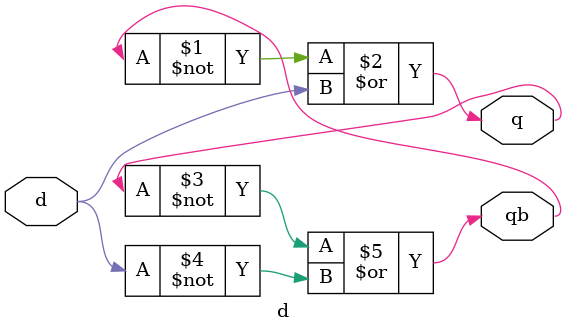
<source format=v>
module d(input d,output q,qb);
  assign q = ~qb|d;
  assign qb = ~q|~d;
endmodule

</source>
